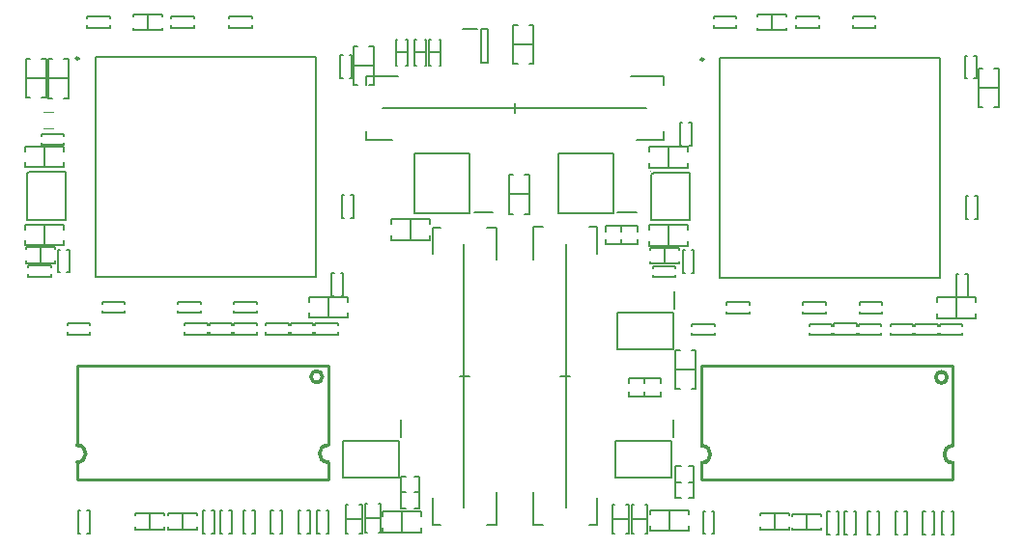
<source format=gto>
G04*
G04 #@! TF.GenerationSoftware,Altium Limited,Altium Designer,21.8.1 (53)*
G04*
G04 Layer_Color=65535*
%FSLAX25Y25*%
%MOIN*%
G70*
G04*
G04 #@! TF.SameCoordinates,5DCC281E-C3AB-4BB6-AEF3-D9D34D3A5336*
G04*
G04*
G04 #@! TF.FilePolarity,Positive*
G04*
G01*
G75*
%ADD10C,0.00394*%
%ADD11C,0.00984*%
%ADD12C,0.01200*%
%ADD13C,0.00591*%
%ADD14C,0.00787*%
%ADD15C,0.00500*%
%ADD16C,0.00600*%
%ADD17C,0.01000*%
D10*
X413453Y417098D02*
G03*
X413453Y417098I-197J0D01*
G01*
X197902Y417323D02*
G03*
X197902Y417323I-197J0D01*
G01*
X204025Y437753D02*
X207175D01*
X204025Y431847D02*
X207175D01*
D11*
X216091Y456063D02*
G03*
X216091Y456063I-492J0D01*
G01*
X431642Y455839D02*
G03*
X431642Y455839I-492J0D01*
G01*
D12*
X300130Y346118D02*
G03*
X300130Y346118I-1969J0D01*
G01*
X215484Y316590D02*
G03*
X215484Y322496I0J2953D01*
G01*
X302098D02*
G03*
X302098Y316590I0J-2953D01*
G01*
X517644Y322278D02*
G03*
X517644Y316372I0J-2953D01*
G01*
X431030D02*
G03*
X431030Y322278I0J2953D01*
G01*
X515675Y345900D02*
G03*
X515675Y345900I-1969J0D01*
G01*
D13*
X197784Y442521D02*
X199359D01*
X197784D02*
Y455907D01*
X199359Y455907D01*
X203296D02*
X204870Y455907D01*
Y442521D02*
Y455907D01*
X203296Y442521D02*
X204870D01*
X197784Y449214D02*
X204870D01*
X426371Y391406D02*
Y392981D01*
X412985Y391406D02*
X426371D01*
X412985D02*
Y392981D01*
Y396918D02*
Y398492D01*
X426371D01*
Y396918D02*
Y398492D01*
X419678Y391406D02*
Y398492D01*
X205457Y449150D02*
X212543D01*
X210968Y442457D02*
X212543D01*
Y455842D01*
X210968Y455842D02*
X212543Y455842D01*
X205457D02*
X207031Y455842D01*
X205457Y442457D02*
Y455842D01*
Y442457D02*
X207031D01*
X314744Y297181D02*
X320256D01*
X319500Y302181D02*
X320256D01*
Y292181D02*
Y302181D01*
X319500Y292181D02*
X320256D01*
X314744D02*
X315500D01*
X314744D02*
Y302181D01*
X315500D01*
X308244Y297059D02*
X313756D01*
X313000Y302059D02*
X313756D01*
Y292059D02*
Y302059D01*
X313000Y292059D02*
X313756D01*
X308244D02*
X309000D01*
X308244D02*
Y302059D01*
X309000D01*
X340500Y453764D02*
X341000Y453764D01*
Y462764D01*
X340500Y462764D02*
X341000Y462764D01*
X337000D02*
X337500Y462764D01*
X337000Y453764D02*
Y462764D01*
Y453764D02*
X337500Y453764D01*
X337000Y458264D02*
X341000D01*
X335500Y453764D02*
X336000Y453764D01*
Y462764D01*
X335500Y462764D02*
X336000Y462764D01*
X332000D02*
X332500Y462764D01*
X332000Y453764D02*
Y462764D01*
Y453764D02*
X332500Y453764D01*
X332000Y458264D02*
X336000D01*
X329000Y453764D02*
X329500Y453764D01*
Y462764D01*
X329000Y462764D02*
X329500Y462764D01*
X325500D02*
X326000Y462764D01*
X325500Y453764D02*
Y462764D01*
Y453764D02*
X326000Y453764D01*
X325500Y458264D02*
X329500D01*
X421957Y348500D02*
X429043D01*
X421957Y355193D02*
X423531D01*
X421957Y341807D02*
Y355193D01*
Y341807D02*
X423531D01*
X427468D02*
X429043D01*
Y355193D01*
X427468D02*
X429043D01*
X365957Y460850D02*
X373043D01*
X365957Y467543D02*
X367531D01*
X365957Y454157D02*
Y467543D01*
Y454157D02*
X367531Y454157D01*
X371468D02*
X373043Y454157D01*
Y467543D01*
X371468D02*
X373043D01*
X364457Y409150D02*
X371543D01*
X369969Y402457D02*
X371543D01*
Y415842D01*
X369969Y415842D02*
X371543Y415842D01*
X364457D02*
X366032Y415842D01*
X364457Y402457D02*
Y415842D01*
Y402457D02*
X366032D01*
X330500Y393457D02*
Y400543D01*
X323807Y393457D02*
Y395031D01*
Y393457D02*
X337193D01*
Y395031D01*
Y398969D02*
Y400543D01*
X323807D02*
X337193D01*
X323807Y398969D02*
Y400543D01*
X419850Y292957D02*
Y300043D01*
X426543Y298468D02*
Y300043D01*
X413158D02*
X426543D01*
X413158Y298468D02*
X413158Y300043D01*
X413158Y294531D02*
X413158Y292957D01*
X426543D01*
Y294531D01*
X400244Y296941D02*
X405756D01*
X405000Y301941D02*
X405756D01*
Y291941D02*
Y301941D01*
X405000Y291941D02*
X405756D01*
X400244D02*
X401000D01*
X400244D02*
Y301941D01*
X401000D01*
X406744Y296941D02*
X412256D01*
X411500Y301941D02*
X412256D01*
Y291941D02*
Y301941D01*
X411500Y291941D02*
X412256D01*
X406744D02*
X407500D01*
X406744D02*
Y301941D01*
X407500D01*
X327650Y292457D02*
Y299543D01*
X320957Y292457D02*
Y294032D01*
Y292457D02*
X334343D01*
X334343Y294032D01*
X334343Y299543D02*
X334343Y297969D01*
X320957Y299543D02*
X334343D01*
X320957Y297969D02*
Y299543D01*
X235614Y293406D02*
Y294161D01*
Y293406D02*
X245614D01*
X245614Y294161D01*
X245614Y298917D02*
X245614Y298161D01*
X235614Y298917D02*
X245614D01*
X235614Y298161D02*
Y298917D01*
X240614Y293406D02*
Y298917D01*
X256732Y298161D02*
Y298917D01*
X246732D02*
X256732D01*
X246732Y298161D02*
X246732Y298917D01*
X246732Y294161D02*
X246732Y293406D01*
X256732D01*
Y294161D01*
X251732Y293406D02*
Y298917D01*
X268996Y361480D02*
X268996Y360693D01*
X261122D02*
X268996D01*
X261122D02*
Y361480D01*
Y363843D02*
Y364630D01*
X268996D01*
X268996Y363843D02*
X268996Y364630D01*
X305461Y360693D02*
Y361480D01*
X297587Y360693D02*
X305461D01*
X297587D02*
Y361480D01*
Y363843D02*
Y364630D01*
X305461D01*
Y363843D02*
Y364630D01*
X296961Y360693D02*
Y361480D01*
X289087Y360693D02*
X296961D01*
X289087D02*
Y361480D01*
Y363843D02*
Y364630D01*
X296961D01*
Y363843D02*
Y364630D01*
X280587D02*
X280587Y363843D01*
X280587Y364630D02*
X288461D01*
Y363843D02*
Y364630D01*
Y360693D02*
Y361480D01*
X280587Y360693D02*
X288461D01*
X280587D02*
X280587Y361480D01*
X269622Y364630D02*
X269622Y363843D01*
X269622Y364630D02*
X277496D01*
Y363843D02*
Y364630D01*
Y360693D02*
Y361480D01*
X269622Y360693D02*
X277496D01*
X269622D02*
X269622Y361480D01*
X252622Y364630D02*
X252622Y363843D01*
X252622Y364630D02*
X260496D01*
Y363843D02*
Y364630D01*
Y360693D02*
Y361480D01*
X252622Y360693D02*
X260496D01*
X252622D02*
X252622Y361480D01*
X212122Y364630D02*
X212122Y363843D01*
X212122Y364630D02*
X219996D01*
Y363843D02*
Y364630D01*
Y360693D02*
Y361480D01*
X212122Y360693D02*
X219996D01*
X212122D02*
X212122Y361480D01*
X301512Y299866D02*
X302299Y299866D01*
Y291992D02*
Y299866D01*
X301512Y291992D02*
X302299D01*
X298362D02*
X299150D01*
X298362D02*
Y299866D01*
X299150Y299866D01*
X294972D02*
X295760Y299866D01*
Y291992D02*
Y299866D01*
X294972Y291992D02*
X295760D01*
X291823D02*
X292610D01*
X291823D02*
Y299866D01*
X292610Y299866D01*
X282323Y291992D02*
X283110D01*
X282323D02*
Y299866D01*
X283110D01*
X285472D02*
X286260D01*
Y291992D02*
Y299866D01*
X285472Y291992D02*
X286260D01*
X275972Y299866D02*
X276760Y299866D01*
Y291992D02*
Y299866D01*
X275972Y291992D02*
X276760D01*
X272823D02*
X273610D01*
X272823D02*
Y299866D01*
X273610Y299866D01*
X264823Y291992D02*
X265610D01*
X264823D02*
Y299866D01*
X265610D01*
X267972D02*
X268760D01*
Y291992D02*
Y299866D01*
X267972Y291992D02*
X268760D01*
X261972Y299866D02*
X262760Y299866D01*
Y291992D02*
Y299866D01*
X261972Y291992D02*
X262760D01*
X258823D02*
X259610D01*
X258823D02*
Y299866D01*
X259610Y299866D01*
X218972D02*
X219760Y299866D01*
Y291992D02*
Y299866D01*
X218972Y291992D02*
X219760D01*
X215823D02*
X216610D01*
X215823D02*
Y299866D01*
X216610Y299866D01*
X484437Y360531D02*
Y361319D01*
X476563Y360531D02*
X484437D01*
X476563D02*
Y361319D01*
Y363681D02*
Y364469D01*
X484437D01*
Y363681D02*
Y364469D01*
X468167Y364405D02*
X468167Y363618D01*
X468167Y364405D02*
X476041D01*
Y363618D02*
Y364405D01*
Y360469D02*
Y361256D01*
X468167Y360469D02*
X476041D01*
X468167D02*
X468167Y361256D01*
X277486Y368980D02*
X277486Y368193D01*
X269612D02*
X277486D01*
X269612D02*
Y368980D01*
Y371342D02*
Y372130D01*
X277486D01*
X277486Y371342D02*
X277486Y372130D01*
X197791Y385405D02*
Y386161D01*
Y385405D02*
X207791D01*
Y386161D01*
X207791Y390917D02*
X207791Y390161D01*
X197791Y390917D02*
X207791D01*
X197791D02*
X197791Y390161D01*
X202791Y385405D02*
Y390917D01*
X427673Y360469D02*
X427673Y361256D01*
X427673Y360469D02*
X435547D01*
Y361256D01*
Y363618D02*
Y364405D01*
X427673D02*
X435547D01*
X427673D02*
X427673Y363618D01*
X485173Y360469D02*
X485173Y361256D01*
X485173Y360469D02*
X493047D01*
Y361256D01*
Y363618D02*
Y364405D01*
X485173D02*
X493047D01*
X485173D02*
X485173Y363618D01*
X504012D02*
X504012Y364405D01*
X496138D02*
X504012D01*
X496138Y363618D02*
Y364405D01*
Y360469D02*
Y361256D01*
Y360469D02*
X504012D01*
X504012Y361256D02*
X504012Y360469D01*
X512512Y363618D02*
X512512Y364405D01*
X504638D02*
X512512D01*
X504638Y363618D02*
Y364405D01*
Y360469D02*
Y361256D01*
Y360469D02*
X512512D01*
X512512Y361256D02*
X512512Y360469D01*
X521012Y363618D02*
X521012Y364405D01*
X513138D02*
X521012D01*
X513138Y363618D02*
Y364405D01*
Y360469D02*
Y361256D01*
Y360469D02*
X521012D01*
X521012Y361256D02*
X521012Y360469D01*
X512150Y371905D02*
Y373480D01*
X525535D01*
X525535Y371905D01*
X525535Y366394D02*
X525535Y367969D01*
X512150Y366394D02*
X525535D01*
X512150D02*
Y367969D01*
X518843Y366394D02*
Y373480D01*
X517063Y299642D02*
X517850Y299642D01*
Y291768D02*
Y299642D01*
X517063Y291768D02*
X517850D01*
X513913D02*
X514701D01*
X513913D02*
Y299642D01*
X514701Y299642D01*
X451165Y293378D02*
Y294134D01*
Y293378D02*
X461165D01*
X461165Y294134D01*
X461165Y298890D02*
X461165Y298134D01*
X451165Y298890D02*
X461165D01*
X451165Y298134D02*
Y298890D01*
X456165Y293378D02*
Y298890D01*
X239850Y465906D02*
Y471417D01*
X234850Y470661D02*
Y471417D01*
X244850D01*
Y470661D02*
Y471417D01*
Y465906D02*
Y466661D01*
X234850Y465906D02*
X244850D01*
X234850D02*
Y466661D01*
X455350Y465906D02*
Y471417D01*
X450350Y470661D02*
Y471417D01*
X460350D01*
Y470661D02*
Y471417D01*
Y465906D02*
Y466661D01*
X450350Y465906D02*
X460350D01*
X450350D02*
Y466661D01*
X310748Y453661D02*
X317835D01*
X310748Y460354D02*
X312323D01*
X310748Y446969D02*
Y460354D01*
Y446969D02*
X312323D01*
X316260D02*
X317835D01*
Y460354D01*
X316260D02*
X317835D01*
X526457Y446000D02*
X533543D01*
X531968Y439307D02*
X533543D01*
Y452693D01*
X531968D02*
X533543D01*
X526457D02*
X528031D01*
X526457Y439307D02*
Y452693D01*
Y439307D02*
X528031D01*
X204291Y418618D02*
Y425705D01*
X197598Y418618D02*
Y420193D01*
Y418618D02*
X210984D01*
Y420193D01*
Y424130D02*
Y425705D01*
X197598D02*
X210984D01*
X197598Y424130D02*
Y425705D01*
X419632Y418400D02*
Y425486D01*
X412939Y418400D02*
Y419974D01*
Y418400D02*
X426325D01*
Y419974D01*
Y423911D02*
Y425486D01*
X412939D02*
X426325D01*
X412939Y423911D02*
Y425486D01*
X204291Y391618D02*
Y398705D01*
X210984Y397130D02*
Y398705D01*
X197598D02*
X210984D01*
X197598Y397130D02*
Y398705D01*
Y391618D02*
Y393193D01*
Y391618D02*
X210984D01*
Y393193D01*
X418342Y385181D02*
Y390693D01*
X413343Y389937D02*
Y390693D01*
X423343D01*
Y389937D02*
Y390693D01*
Y385181D02*
Y385937D01*
X413343Y385181D02*
X423343D01*
X413343D02*
Y385937D01*
X198622Y380693D02*
Y381480D01*
Y380693D02*
X206496Y380693D01*
Y381480D01*
Y383842D02*
Y384630D01*
X198622D02*
X206496D01*
X198622Y383842D02*
Y384630D01*
X414173Y380469D02*
Y381256D01*
Y380469D02*
X422047D01*
Y381256D01*
Y383618D02*
Y384405D01*
X414173D02*
X422047D01*
X414173Y383618D02*
Y384405D01*
X302291Y366618D02*
Y373705D01*
X295598Y366618D02*
Y368193D01*
Y366618D02*
X308984D01*
X308984Y368193D01*
X308984Y373705D02*
X308984Y372130D01*
X295598Y373705D02*
X308984D01*
X295598Y372130D02*
Y373705D01*
X522237Y408633D02*
X523024Y408633D01*
X522237Y400759D02*
Y408633D01*
Y400759D02*
X523024D01*
X525386D02*
X526174D01*
Y408633D01*
X525386Y408633D02*
X526174Y408633D01*
X493280Y371118D02*
X493280Y371905D01*
X485405D02*
X493280D01*
X485405Y371118D02*
Y371905D01*
Y367969D02*
Y368756D01*
Y367969D02*
X493280D01*
X493280Y368756D02*
X493280Y367969D01*
X473779Y371118D02*
X473779Y371905D01*
X465906D02*
X473779D01*
X465906Y371118D02*
Y371905D01*
Y367969D02*
Y368756D01*
Y367969D02*
X473779D01*
X473779Y368756D02*
X473779Y367969D01*
X447547Y371118D02*
X447547Y371905D01*
X439673D02*
X447547D01*
X439673Y371118D02*
Y371905D01*
Y367969D02*
Y368756D01*
Y367969D02*
X447547D01*
X447547Y368756D02*
X447547Y367969D01*
X522024Y373768D02*
X522811Y373768D01*
Y381642D01*
X522024D02*
X522811D01*
X518874D02*
X519661D01*
X518874Y373768D02*
Y381642D01*
Y373768D02*
X519661Y373768D01*
X521874Y457106D02*
X522661Y457106D01*
X521874Y449232D02*
Y457106D01*
Y449232D02*
X522661D01*
X525024D02*
X525811D01*
Y457106D01*
X525024Y457106D02*
X525811Y457106D01*
X483087Y466693D02*
X483087Y467480D01*
X483087Y466693D02*
X490961D01*
Y467480D01*
Y469842D02*
Y470630D01*
X483087D02*
X490961D01*
X483087D02*
X483087Y469842D01*
X463587Y466693D02*
X463587Y467480D01*
X463587Y466693D02*
X471461D01*
Y467480D01*
Y469842D02*
Y470630D01*
X463587D02*
X471461D01*
X463587D02*
X463587Y469842D01*
X442996Y469842D02*
Y470630D01*
X435122D02*
X442996D01*
X435122Y469842D02*
Y470630D01*
Y466693D02*
Y467480D01*
Y466693D02*
X442996D01*
Y467480D01*
X426681Y426063D02*
X427468Y426063D01*
Y433937D01*
X426681D02*
X427468D01*
X423531D02*
X424319D01*
X423531Y426063D02*
Y433937D01*
Y426063D02*
X424319Y426063D01*
X424419Y389902D02*
X425206Y389902D01*
X424419Y382028D02*
Y389902D01*
Y382028D02*
X425206D01*
X427568D02*
X428356D01*
Y389902D01*
X427568Y389902D02*
X428356Y389902D01*
X231996Y371342D02*
X231996Y372130D01*
X224122D02*
X231996D01*
X224122Y371342D02*
Y372130D01*
Y368193D02*
Y368980D01*
Y368193D02*
X231996D01*
X231996Y368980D02*
X231996Y368193D01*
X258228Y371342D02*
X258228Y372130D01*
X250354D02*
X258228D01*
X250354Y371342D02*
Y372130D01*
Y368193D02*
Y368980D01*
Y368193D02*
X258228D01*
X258228Y368980D02*
X258228Y368193D01*
X306472Y373957D02*
X307260D01*
Y381831D01*
X306472D02*
X307260D01*
X303323D02*
X304110D01*
X303323Y373957D02*
Y381831D01*
Y373957D02*
X304110D01*
X306823Y408866D02*
X307610Y408866D01*
X306823Y400992D02*
Y408866D01*
Y400992D02*
X307610D01*
X309972D02*
X310760D01*
Y408866D01*
X309972Y408866D02*
X310760Y408866D01*
X306323Y457331D02*
X307110Y457331D01*
X306323Y449457D02*
Y457331D01*
Y449457D02*
X307110D01*
X309472D02*
X310260D01*
Y457331D01*
X309472Y457331D02*
X310260Y457331D01*
X267854Y466693D02*
X267854Y467480D01*
X267854Y466693D02*
X275728D01*
Y467480D01*
Y469842D02*
Y470630D01*
X267854D02*
X275728D01*
X267854D02*
X267854Y469842D01*
X247854Y466693D02*
X247854Y467480D01*
X247854Y466693D02*
X255728D01*
Y467480D01*
Y469842D02*
Y470630D01*
X247854D02*
X255728D01*
X247854D02*
X247854Y469842D01*
X208868Y390126D02*
X209655D01*
X208868Y382252D02*
Y390126D01*
Y382252D02*
X209655D01*
X212017D02*
X212805D01*
Y390126D01*
X212017D02*
X212805D01*
X210996Y429343D02*
X210996Y430130D01*
X203122D02*
X210996D01*
X203122Y429343D02*
Y430130D01*
Y426193D02*
Y426980D01*
Y426193D02*
X210996D01*
X210996Y426980D02*
X210996Y426193D01*
X226728Y469842D02*
X226728Y470630D01*
X218854D02*
X226728D01*
X218854Y469842D02*
Y470630D01*
Y466693D02*
Y467480D01*
Y466693D02*
X226728D01*
X226728Y467480D02*
X226728Y466693D01*
X467283Y293280D02*
Y298791D01*
X472284Y293280D02*
Y294035D01*
X462284Y293280D02*
X472284D01*
X462284Y294035D02*
X462284Y293280D01*
X462284Y298035D02*
X462284Y298791D01*
X472284D01*
Y298035D02*
Y298791D01*
X507374Y299642D02*
X508161Y299642D01*
X507374Y291768D02*
Y299642D01*
Y291768D02*
X508161D01*
X510524D02*
X511311D01*
Y299642D01*
X510524Y299642D02*
X511311Y299642D01*
X501024Y291768D02*
X501811D01*
Y299642D01*
X501024D02*
X501811D01*
X497874D02*
X498661D01*
X497874Y291768D02*
Y299642D01*
Y291768D02*
X498661D01*
X488374Y299642D02*
X489161Y299642D01*
X488374Y291768D02*
Y299642D01*
Y291768D02*
X489161D01*
X491524D02*
X492311D01*
Y299642D01*
X491524Y299642D02*
X492311Y299642D01*
X483524Y291768D02*
X484311D01*
Y299642D01*
X483524D02*
X484311D01*
X480374D02*
X481161D01*
X480374Y291768D02*
Y299642D01*
Y291768D02*
X481161D01*
X474374Y299642D02*
X475161Y299642D01*
X474374Y291768D02*
Y299642D01*
Y291768D02*
X475161D01*
X477524D02*
X478311D01*
Y299642D01*
X477524Y299642D02*
X478311Y299642D01*
X431416Y299684D02*
X432204Y299684D01*
X431416Y291810D02*
Y299684D01*
Y291810D02*
X432204D01*
X434566D02*
X435353D01*
Y299684D01*
X434566Y299684D02*
X435353Y299684D01*
D14*
X413650Y412768D02*
Y415917D01*
X414437Y416705D01*
X427035Y416705D01*
Y400169D02*
Y416705D01*
X413650Y400169D02*
X427035D01*
X413650D02*
Y412768D01*
X352425Y402843D02*
X358921D01*
X351047Y402598D02*
Y423402D01*
X331953D02*
X351047D01*
X331953Y402598D02*
Y423402D01*
Y402598D02*
X351047D01*
X403256Y391850D02*
X408768Y391850D01*
X403256Y398150D02*
X408768D01*
X403256Y396378D02*
Y398150D01*
Y391850D02*
Y393622D01*
X408768Y391850D02*
X408768Y393622D01*
X408768Y396378D02*
Y398150D01*
X397744Y391850D02*
X403256D01*
X397744Y398150D02*
X403256D01*
X397744Y396378D02*
Y398150D01*
Y391850D02*
Y393622D01*
X403256Y391850D02*
Y393622D01*
Y396378D02*
Y398150D01*
X221799Y456653D02*
X297783D01*
Y380669D02*
Y456653D01*
X221799Y380669D02*
X297783D01*
X221799D02*
Y456653D01*
X421972Y309744D02*
X423744Y309744D01*
X426500D02*
X428272D01*
X426500Y304232D02*
X428272Y304232D01*
X421972Y304232D02*
X423744Y304232D01*
X421972Y304232D02*
X421972Y309744D01*
X428272Y304232D02*
X428272Y309744D01*
X421972Y315256D02*
X423744Y315256D01*
X426500Y315256D02*
X428272Y315256D01*
X426500Y309744D02*
X428272D01*
X421972D02*
X423744D01*
X421972D02*
X421972Y315256D01*
X428272Y309744D02*
X428272Y315256D01*
X333528Y311756D02*
X333528Y306244D01*
X327228D02*
Y311756D01*
Y306244D02*
X329000D01*
X331756D02*
X333528D01*
X331756Y311756D02*
X333528Y311756D01*
X327228D02*
X329000D01*
X333528Y300732D02*
Y306244D01*
X327228Y300732D02*
Y306244D01*
Y300732D02*
X329000Y300732D01*
X331756D02*
X333528D01*
X331756Y306244D02*
X333528D01*
X327228D02*
X329000Y306244D01*
X421658Y369677D02*
Y375681D01*
X401854Y368299D02*
X421146D01*
X401854Y355701D02*
Y368299D01*
Y355701D02*
X421146D01*
Y368299D01*
X354819Y466209D02*
X357181D01*
Y454791D02*
Y466209D01*
X354819Y454791D02*
X357181D01*
X354819D02*
Y466209D01*
X348716Y466405D02*
X353441D01*
X411256Y339350D02*
X416768D01*
X411256Y345650D02*
X416768D01*
X411256Y343878D02*
Y345650D01*
Y339350D02*
Y341122D01*
X416768Y339350D02*
Y341122D01*
Y343878D02*
Y345650D01*
X405744Y339350D02*
X411256D01*
X405744Y345650D02*
X411256D01*
X405744D02*
X405744Y343878D01*
X405744Y339350D02*
X405744Y341122D01*
X411256D02*
X411256Y339350D01*
Y343878D02*
X411256Y345650D01*
X381453Y402598D02*
X400547D01*
X381453D02*
Y423402D01*
X400547D01*
Y402598D02*
Y423402D01*
X401925Y402843D02*
X408421D01*
X421158Y325177D02*
Y331181D01*
X401354Y323799D02*
X420646D01*
X401354Y311201D02*
Y323799D01*
Y311201D02*
X420646D01*
Y323799D01*
X327157Y325177D02*
Y331181D01*
X307354Y323799D02*
X326646D01*
X307354Y311201D02*
Y323799D01*
Y311201D02*
X326646D01*
Y323799D01*
X198098Y400394D02*
Y412992D01*
Y400394D02*
X211484Y400394D01*
Y416929D01*
X198886Y416929D02*
X211484Y416929D01*
X198098Y416142D02*
X198886Y416929D01*
X198098Y412992D02*
Y416142D01*
X437350Y380445D02*
Y456429D01*
Y380445D02*
X513335D01*
Y456429D01*
X437350D02*
X513335D01*
D15*
X347590Y346431D02*
X350740D01*
X348991Y300961D02*
Y391861D01*
X321000Y438800D02*
X411900D01*
X366430Y437399D02*
Y440549D01*
X384058Y301012D02*
Y391912D01*
X382309Y346442D02*
X385459D01*
D16*
X356991Y295061D02*
X360091Y295061D01*
X338091Y397761D02*
X340991D01*
X360091Y386561D02*
Y397761D01*
X338091Y295061D02*
Y304361D01*
Y388561D02*
Y397761D01*
Y295061D02*
X340991D01*
X360091D02*
Y306361D01*
X356991Y397761D02*
X360091Y397761D01*
X315100Y446800D02*
Y449900D01*
X406500D02*
X417800D01*
X417800Y427900D02*
X417800Y430800D01*
X315100Y427900D02*
X324300D01*
X408500D02*
X417800D01*
X315100Y449900D02*
X326300D01*
X315100Y427900D02*
Y430800D01*
X417800Y446800D02*
X417800Y449900D01*
X372958Y295112D02*
X376058Y295112D01*
X372958Y386512D02*
Y397812D01*
X392058D02*
X394958Y397812D01*
Y295112D02*
Y304312D01*
Y397812D02*
X394958Y388512D01*
X372958Y295112D02*
Y306312D01*
X392058Y295112D02*
X394958D01*
X372958Y397812D02*
X376058Y397812D01*
D17*
X302098Y310685D02*
Y316590D01*
Y322496D02*
Y350055D01*
X215484D02*
X302098D01*
X215484Y322496D02*
Y350055D01*
Y310685D02*
Y316590D01*
Y310685D02*
X302098D01*
X431030Y310467D02*
X517644D01*
X431030D02*
Y316372D01*
Y322278D02*
Y349837D01*
X517644D01*
Y322278D02*
Y349837D01*
Y310467D02*
Y316372D01*
M02*

</source>
